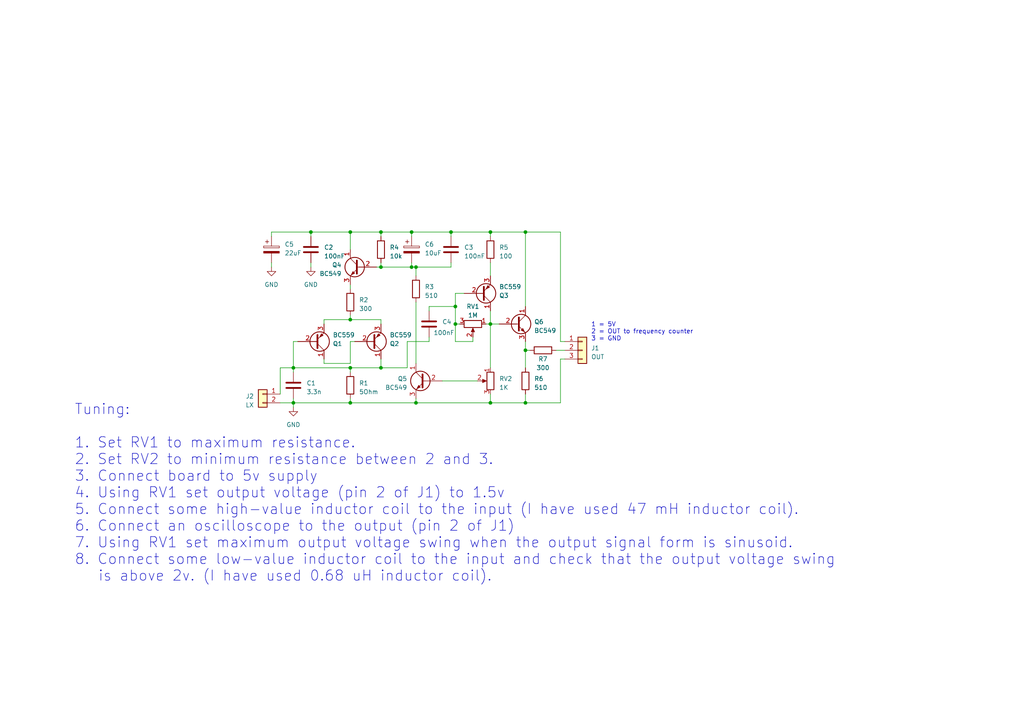
<source format=kicad_sch>
(kicad_sch (version 20230121) (generator eeschema)

  (uuid a0a2a95c-5e6b-41f1-b6cc-728caff5c1bb)

  (paper "A4")

  (lib_symbols
    (symbol "Connector_Generic:Conn_01x02" (pin_names (offset 1.016) hide) (in_bom yes) (on_board yes)
      (property "Reference" "J" (at 0 2.54 0)
        (effects (font (size 1.27 1.27)))
      )
      (property "Value" "Conn_01x02" (at 0 -5.08 0)
        (effects (font (size 1.27 1.27)))
      )
      (property "Footprint" "" (at 0 0 0)
        (effects (font (size 1.27 1.27)) hide)
      )
      (property "Datasheet" "~" (at 0 0 0)
        (effects (font (size 1.27 1.27)) hide)
      )
      (property "ki_keywords" "connector" (at 0 0 0)
        (effects (font (size 1.27 1.27)) hide)
      )
      (property "ki_description" "Generic connector, single row, 01x02, script generated (kicad-library-utils/schlib/autogen/connector/)" (at 0 0 0)
        (effects (font (size 1.27 1.27)) hide)
      )
      (property "ki_fp_filters" "Connector*:*_1x??_*" (at 0 0 0)
        (effects (font (size 1.27 1.27)) hide)
      )
      (symbol "Conn_01x02_1_1"
        (rectangle (start -1.27 -2.413) (end 0 -2.667)
          (stroke (width 0.1524) (type default))
          (fill (type none))
        )
        (rectangle (start -1.27 0.127) (end 0 -0.127)
          (stroke (width 0.1524) (type default))
          (fill (type none))
        )
        (rectangle (start -1.27 1.27) (end 1.27 -3.81)
          (stroke (width 0.254) (type default))
          (fill (type background))
        )
        (pin passive line (at -5.08 0 0) (length 3.81)
          (name "Pin_1" (effects (font (size 1.27 1.27))))
          (number "1" (effects (font (size 1.27 1.27))))
        )
        (pin passive line (at -5.08 -2.54 0) (length 3.81)
          (name "Pin_2" (effects (font (size 1.27 1.27))))
          (number "2" (effects (font (size 1.27 1.27))))
        )
      )
    )
    (symbol "Connector_Generic:Conn_01x03" (pin_names (offset 1.016) hide) (in_bom yes) (on_board yes)
      (property "Reference" "J" (at 0 5.08 0)
        (effects (font (size 1.27 1.27)))
      )
      (property "Value" "Conn_01x03" (at 0 -5.08 0)
        (effects (font (size 1.27 1.27)))
      )
      (property "Footprint" "" (at 0 0 0)
        (effects (font (size 1.27 1.27)) hide)
      )
      (property "Datasheet" "~" (at 0 0 0)
        (effects (font (size 1.27 1.27)) hide)
      )
      (property "ki_keywords" "connector" (at 0 0 0)
        (effects (font (size 1.27 1.27)) hide)
      )
      (property "ki_description" "Generic connector, single row, 01x03, script generated (kicad-library-utils/schlib/autogen/connector/)" (at 0 0 0)
        (effects (font (size 1.27 1.27)) hide)
      )
      (property "ki_fp_filters" "Connector*:*_1x??_*" (at 0 0 0)
        (effects (font (size 1.27 1.27)) hide)
      )
      (symbol "Conn_01x03_1_1"
        (rectangle (start -1.27 -2.413) (end 0 -2.667)
          (stroke (width 0.1524) (type default))
          (fill (type none))
        )
        (rectangle (start -1.27 0.127) (end 0 -0.127)
          (stroke (width 0.1524) (type default))
          (fill (type none))
        )
        (rectangle (start -1.27 2.667) (end 0 2.413)
          (stroke (width 0.1524) (type default))
          (fill (type none))
        )
        (rectangle (start -1.27 3.81) (end 1.27 -3.81)
          (stroke (width 0.254) (type default))
          (fill (type background))
        )
        (pin passive line (at -5.08 2.54 0) (length 3.81)
          (name "Pin_1" (effects (font (size 1.27 1.27))))
          (number "1" (effects (font (size 1.27 1.27))))
        )
        (pin passive line (at -5.08 0 0) (length 3.81)
          (name "Pin_2" (effects (font (size 1.27 1.27))))
          (number "2" (effects (font (size 1.27 1.27))))
        )
        (pin passive line (at -5.08 -2.54 0) (length 3.81)
          (name "Pin_3" (effects (font (size 1.27 1.27))))
          (number "3" (effects (font (size 1.27 1.27))))
        )
      )
    )
    (symbol "Device:C" (pin_numbers hide) (pin_names (offset 0.254)) (in_bom yes) (on_board yes)
      (property "Reference" "C" (at 0.635 2.54 0)
        (effects (font (size 1.27 1.27)) (justify left))
      )
      (property "Value" "C" (at 0.635 -2.54 0)
        (effects (font (size 1.27 1.27)) (justify left))
      )
      (property "Footprint" "" (at 0.9652 -3.81 0)
        (effects (font (size 1.27 1.27)) hide)
      )
      (property "Datasheet" "~" (at 0 0 0)
        (effects (font (size 1.27 1.27)) hide)
      )
      (property "ki_keywords" "cap capacitor" (at 0 0 0)
        (effects (font (size 1.27 1.27)) hide)
      )
      (property "ki_description" "Unpolarized capacitor" (at 0 0 0)
        (effects (font (size 1.27 1.27)) hide)
      )
      (property "ki_fp_filters" "C_*" (at 0 0 0)
        (effects (font (size 1.27 1.27)) hide)
      )
      (symbol "C_0_1"
        (polyline
          (pts
            (xy -2.032 -0.762)
            (xy 2.032 -0.762)
          )
          (stroke (width 0.508) (type default))
          (fill (type none))
        )
        (polyline
          (pts
            (xy -2.032 0.762)
            (xy 2.032 0.762)
          )
          (stroke (width 0.508) (type default))
          (fill (type none))
        )
      )
      (symbol "C_1_1"
        (pin passive line (at 0 3.81 270) (length 2.794)
          (name "~" (effects (font (size 1.27 1.27))))
          (number "1" (effects (font (size 1.27 1.27))))
        )
        (pin passive line (at 0 -3.81 90) (length 2.794)
          (name "~" (effects (font (size 1.27 1.27))))
          (number "2" (effects (font (size 1.27 1.27))))
        )
      )
    )
    (symbol "Device:C_Polarized" (pin_numbers hide) (pin_names (offset 0.254)) (in_bom yes) (on_board yes)
      (property "Reference" "C" (at 0.635 2.54 0)
        (effects (font (size 1.27 1.27)) (justify left))
      )
      (property "Value" "C_Polarized" (at 0.635 -2.54 0)
        (effects (font (size 1.27 1.27)) (justify left))
      )
      (property "Footprint" "" (at 0.9652 -3.81 0)
        (effects (font (size 1.27 1.27)) hide)
      )
      (property "Datasheet" "~" (at 0 0 0)
        (effects (font (size 1.27 1.27)) hide)
      )
      (property "ki_keywords" "cap capacitor" (at 0 0 0)
        (effects (font (size 1.27 1.27)) hide)
      )
      (property "ki_description" "Polarized capacitor" (at 0 0 0)
        (effects (font (size 1.27 1.27)) hide)
      )
      (property "ki_fp_filters" "CP_*" (at 0 0 0)
        (effects (font (size 1.27 1.27)) hide)
      )
      (symbol "C_Polarized_0_1"
        (rectangle (start -2.286 0.508) (end 2.286 1.016)
          (stroke (width 0) (type default))
          (fill (type none))
        )
        (polyline
          (pts
            (xy -1.778 2.286)
            (xy -0.762 2.286)
          )
          (stroke (width 0) (type default))
          (fill (type none))
        )
        (polyline
          (pts
            (xy -1.27 2.794)
            (xy -1.27 1.778)
          )
          (stroke (width 0) (type default))
          (fill (type none))
        )
        (rectangle (start 2.286 -0.508) (end -2.286 -1.016)
          (stroke (width 0) (type default))
          (fill (type outline))
        )
      )
      (symbol "C_Polarized_1_1"
        (pin passive line (at 0 3.81 270) (length 2.794)
          (name "~" (effects (font (size 1.27 1.27))))
          (number "1" (effects (font (size 1.27 1.27))))
        )
        (pin passive line (at 0 -3.81 90) (length 2.794)
          (name "~" (effects (font (size 1.27 1.27))))
          (number "2" (effects (font (size 1.27 1.27))))
        )
      )
    )
    (symbol "Device:R" (pin_numbers hide) (pin_names (offset 0)) (in_bom yes) (on_board yes)
      (property "Reference" "R" (at 2.032 0 90)
        (effects (font (size 1.27 1.27)))
      )
      (property "Value" "R" (at 0 0 90)
        (effects (font (size 1.27 1.27)))
      )
      (property "Footprint" "" (at -1.778 0 90)
        (effects (font (size 1.27 1.27)) hide)
      )
      (property "Datasheet" "~" (at 0 0 0)
        (effects (font (size 1.27 1.27)) hide)
      )
      (property "ki_keywords" "R res resistor" (at 0 0 0)
        (effects (font (size 1.27 1.27)) hide)
      )
      (property "ki_description" "Resistor" (at 0 0 0)
        (effects (font (size 1.27 1.27)) hide)
      )
      (property "ki_fp_filters" "R_*" (at 0 0 0)
        (effects (font (size 1.27 1.27)) hide)
      )
      (symbol "R_0_1"
        (rectangle (start -1.016 -2.54) (end 1.016 2.54)
          (stroke (width 0.254) (type default))
          (fill (type none))
        )
      )
      (symbol "R_1_1"
        (pin passive line (at 0 3.81 270) (length 1.27)
          (name "~" (effects (font (size 1.27 1.27))))
          (number "1" (effects (font (size 1.27 1.27))))
        )
        (pin passive line (at 0 -3.81 90) (length 1.27)
          (name "~" (effects (font (size 1.27 1.27))))
          (number "2" (effects (font (size 1.27 1.27))))
        )
      )
    )
    (symbol "Device:R_Potentiometer" (pin_names (offset 1.016) hide) (in_bom yes) (on_board yes)
      (property "Reference" "RV" (at -4.445 0 90)
        (effects (font (size 1.27 1.27)))
      )
      (property "Value" "R_Potentiometer" (at -2.54 0 90)
        (effects (font (size 1.27 1.27)))
      )
      (property "Footprint" "" (at 0 0 0)
        (effects (font (size 1.27 1.27)) hide)
      )
      (property "Datasheet" "~" (at 0 0 0)
        (effects (font (size 1.27 1.27)) hide)
      )
      (property "ki_keywords" "resistor variable" (at 0 0 0)
        (effects (font (size 1.27 1.27)) hide)
      )
      (property "ki_description" "Potentiometer" (at 0 0 0)
        (effects (font (size 1.27 1.27)) hide)
      )
      (property "ki_fp_filters" "Potentiometer*" (at 0 0 0)
        (effects (font (size 1.27 1.27)) hide)
      )
      (symbol "R_Potentiometer_0_1"
        (polyline
          (pts
            (xy 2.54 0)
            (xy 1.524 0)
          )
          (stroke (width 0) (type default))
          (fill (type none))
        )
        (polyline
          (pts
            (xy 1.143 0)
            (xy 2.286 0.508)
            (xy 2.286 -0.508)
            (xy 1.143 0)
          )
          (stroke (width 0) (type default))
          (fill (type outline))
        )
        (rectangle (start 1.016 2.54) (end -1.016 -2.54)
          (stroke (width 0.254) (type default))
          (fill (type none))
        )
      )
      (symbol "R_Potentiometer_1_1"
        (pin passive line (at 0 3.81 270) (length 1.27)
          (name "1" (effects (font (size 1.27 1.27))))
          (number "1" (effects (font (size 1.27 1.27))))
        )
        (pin passive line (at 3.81 0 180) (length 1.27)
          (name "2" (effects (font (size 1.27 1.27))))
          (number "2" (effects (font (size 1.27 1.27))))
        )
        (pin passive line (at 0 -3.81 90) (length 1.27)
          (name "3" (effects (font (size 1.27 1.27))))
          (number "3" (effects (font (size 1.27 1.27))))
        )
      )
    )
    (symbol "Transistor_BJT:BC549" (pin_names (offset 0) hide) (in_bom yes) (on_board yes)
      (property "Reference" "Q" (at 5.08 1.905 0)
        (effects (font (size 1.27 1.27)) (justify left))
      )
      (property "Value" "BC549" (at 5.08 0 0)
        (effects (font (size 1.27 1.27)) (justify left))
      )
      (property "Footprint" "Package_TO_SOT_THT:TO-92_Inline" (at 5.08 -1.905 0)
        (effects (font (size 1.27 1.27) italic) (justify left) hide)
      )
      (property "Datasheet" "https://www.onsemi.com/pub/Collateral/BC550-D.pdf" (at 0 0 0)
        (effects (font (size 1.27 1.27)) (justify left) hide)
      )
      (property "ki_keywords" "NPN Transistor" (at 0 0 0)
        (effects (font (size 1.27 1.27)) hide)
      )
      (property "ki_description" "0.1A Ic, 30V Vce, Small Signal NPN Transistor, TO-92" (at 0 0 0)
        (effects (font (size 1.27 1.27)) hide)
      )
      (property "ki_fp_filters" "TO?92*" (at 0 0 0)
        (effects (font (size 1.27 1.27)) hide)
      )
      (symbol "BC549_0_1"
        (polyline
          (pts
            (xy 0 0)
            (xy 0.635 0)
          )
          (stroke (width 0) (type default))
          (fill (type none))
        )
        (polyline
          (pts
            (xy 0.635 0.635)
            (xy 2.54 2.54)
          )
          (stroke (width 0) (type default))
          (fill (type none))
        )
        (polyline
          (pts
            (xy 0.635 -0.635)
            (xy 2.54 -2.54)
            (xy 2.54 -2.54)
          )
          (stroke (width 0) (type default))
          (fill (type none))
        )
        (polyline
          (pts
            (xy 0.635 1.905)
            (xy 0.635 -1.905)
            (xy 0.635 -1.905)
          )
          (stroke (width 0.508) (type default))
          (fill (type none))
        )
        (polyline
          (pts
            (xy 1.27 -1.778)
            (xy 1.778 -1.27)
            (xy 2.286 -2.286)
            (xy 1.27 -1.778)
            (xy 1.27 -1.778)
          )
          (stroke (width 0) (type default))
          (fill (type outline))
        )
        (circle (center 1.27 0) (radius 2.8194)
          (stroke (width 0.254) (type default))
          (fill (type none))
        )
      )
      (symbol "BC549_1_1"
        (pin passive line (at 2.54 5.08 270) (length 2.54)
          (name "C" (effects (font (size 1.27 1.27))))
          (number "1" (effects (font (size 1.27 1.27))))
        )
        (pin input line (at -5.08 0 0) (length 5.08)
          (name "B" (effects (font (size 1.27 1.27))))
          (number "2" (effects (font (size 1.27 1.27))))
        )
        (pin passive line (at 2.54 -5.08 90) (length 2.54)
          (name "E" (effects (font (size 1.27 1.27))))
          (number "3" (effects (font (size 1.27 1.27))))
        )
      )
    )
    (symbol "Transistor_BJT:BC559" (pin_names (offset 0) hide) (in_bom yes) (on_board yes)
      (property "Reference" "Q" (at 5.08 1.905 0)
        (effects (font (size 1.27 1.27)) (justify left))
      )
      (property "Value" "BC559" (at 5.08 0 0)
        (effects (font (size 1.27 1.27)) (justify left))
      )
      (property "Footprint" "Package_TO_SOT_THT:TO-92_Inline" (at 5.08 -1.905 0)
        (effects (font (size 1.27 1.27) italic) (justify left) hide)
      )
      (property "Datasheet" "https://www.onsemi.com/pub/Collateral/BC556BTA-D.pdf" (at 0 0 0)
        (effects (font (size 1.27 1.27)) (justify left) hide)
      )
      (property "ki_keywords" "PNP Transistor" (at 0 0 0)
        (effects (font (size 1.27 1.27)) hide)
      )
      (property "ki_description" "0.1A Ic, 30V Vce, PNP Small Signal Transistor, TO-92" (at 0 0 0)
        (effects (font (size 1.27 1.27)) hide)
      )
      (property "ki_fp_filters" "TO?92*" (at 0 0 0)
        (effects (font (size 1.27 1.27)) hide)
      )
      (symbol "BC559_0_1"
        (polyline
          (pts
            (xy 0.635 0.635)
            (xy 2.54 2.54)
          )
          (stroke (width 0) (type default))
          (fill (type none))
        )
        (polyline
          (pts
            (xy 0.635 -0.635)
            (xy 2.54 -2.54)
            (xy 2.54 -2.54)
          )
          (stroke (width 0) (type default))
          (fill (type none))
        )
        (polyline
          (pts
            (xy 0.635 1.905)
            (xy 0.635 -1.905)
            (xy 0.635 -1.905)
          )
          (stroke (width 0.508) (type default))
          (fill (type none))
        )
        (polyline
          (pts
            (xy 2.286 -1.778)
            (xy 1.778 -2.286)
            (xy 1.27 -1.27)
            (xy 2.286 -1.778)
            (xy 2.286 -1.778)
          )
          (stroke (width 0) (type default))
          (fill (type outline))
        )
        (circle (center 1.27 0) (radius 2.8194)
          (stroke (width 0.254) (type default))
          (fill (type none))
        )
      )
      (symbol "BC559_1_1"
        (pin passive line (at 2.54 5.08 270) (length 2.54)
          (name "C" (effects (font (size 1.27 1.27))))
          (number "1" (effects (font (size 1.27 1.27))))
        )
        (pin input line (at -5.08 0 0) (length 5.715)
          (name "B" (effects (font (size 1.27 1.27))))
          (number "2" (effects (font (size 1.27 1.27))))
        )
        (pin passive line (at 2.54 -5.08 90) (length 2.54)
          (name "E" (effects (font (size 1.27 1.27))))
          (number "3" (effects (font (size 1.27 1.27))))
        )
      )
    )
    (symbol "power:GND" (power) (pin_names (offset 0)) (in_bom yes) (on_board yes)
      (property "Reference" "#PWR" (at 0 -6.35 0)
        (effects (font (size 1.27 1.27)) hide)
      )
      (property "Value" "GND" (at 0 -3.81 0)
        (effects (font (size 1.27 1.27)))
      )
      (property "Footprint" "" (at 0 0 0)
        (effects (font (size 1.27 1.27)) hide)
      )
      (property "Datasheet" "" (at 0 0 0)
        (effects (font (size 1.27 1.27)) hide)
      )
      (property "ki_keywords" "global power" (at 0 0 0)
        (effects (font (size 1.27 1.27)) hide)
      )
      (property "ki_description" "Power symbol creates a global label with name \"GND\" , ground" (at 0 0 0)
        (effects (font (size 1.27 1.27)) hide)
      )
      (symbol "GND_0_1"
        (polyline
          (pts
            (xy 0 0)
            (xy 0 -1.27)
            (xy 1.27 -1.27)
            (xy 0 -2.54)
            (xy -1.27 -1.27)
            (xy 0 -1.27)
          )
          (stroke (width 0) (type default))
          (fill (type none))
        )
      )
      (symbol "GND_1_1"
        (pin power_in line (at 0 0 270) (length 0) hide
          (name "GND" (effects (font (size 1.27 1.27))))
          (number "1" (effects (font (size 1.27 1.27))))
        )
      )
    )
  )

  (junction (at 130.81 67.31) (diameter 0) (color 0 0 0 0)
    (uuid 017c52da-aa01-422f-9dc6-196f943ee449)
  )
  (junction (at 120.65 116.84) (diameter 0) (color 0 0 0 0)
    (uuid 16869ca1-a320-49ef-90b4-2c73f0658b37)
  )
  (junction (at 85.09 116.84) (diameter 0) (color 0 0 0 0)
    (uuid 2001fbd0-1548-4e00-b636-c224ea10f097)
  )
  (junction (at 142.24 93.98) (diameter 0) (color 0 0 0 0)
    (uuid 2a906a1f-5047-491b-a9da-823c43e934d7)
  )
  (junction (at 132.08 88.9) (diameter 0) (color 0 0 0 0)
    (uuid 2af71a49-a01f-40b2-8299-8d575f786664)
  )
  (junction (at 142.24 67.31) (diameter 0) (color 0 0 0 0)
    (uuid 45c2c030-f946-4d1a-abab-7fac05ef8629)
  )
  (junction (at 90.17 67.31) (diameter 0) (color 0 0 0 0)
    (uuid 4e725d44-2b3d-483e-a0c1-635e158cfae9)
  )
  (junction (at 120.65 77.47) (diameter 0) (color 0 0 0 0)
    (uuid 63f20908-dc89-4e9b-97ce-c4dcec226df2)
  )
  (junction (at 101.6 67.31) (diameter 0) (color 0 0 0 0)
    (uuid 66211628-25ae-4d8d-ad36-991d31ce69d5)
  )
  (junction (at 110.49 106.68) (diameter 0) (color 0 0 0 0)
    (uuid 6dca266e-50ee-4e81-b3cf-2b80f850e032)
  )
  (junction (at 142.24 116.84) (diameter 0) (color 0 0 0 0)
    (uuid 7afb9752-d619-4ba0-ae4f-f715e207cc4e)
  )
  (junction (at 132.08 93.98) (diameter 0) (color 0 0 0 0)
    (uuid 82da9f6a-a5c9-437e-b9ab-fc360e797555)
  )
  (junction (at 110.49 77.47) (diameter 0) (color 0 0 0 0)
    (uuid 9656ee69-323a-4696-a6bd-6f9e5079581c)
  )
  (junction (at 119.38 77.47) (diameter 0) (color 0 0 0 0)
    (uuid a3d39ad3-7eb8-45e1-aa57-5cd2ab6c9816)
  )
  (junction (at 152.4 116.84) (diameter 0) (color 0 0 0 0)
    (uuid adf52b81-10e9-432f-8c5a-5e6ad9552649)
  )
  (junction (at 110.49 67.31) (diameter 0) (color 0 0 0 0)
    (uuid b5a36feb-64b9-4b6e-8c49-89a28c9d4550)
  )
  (junction (at 101.6 116.84) (diameter 0) (color 0 0 0 0)
    (uuid bc901baf-cb8a-44dd-9539-efc86f553441)
  )
  (junction (at 101.6 92.71) (diameter 0) (color 0 0 0 0)
    (uuid c3db86a7-44c6-42e9-a7a2-395da080a4e2)
  )
  (junction (at 119.38 67.31) (diameter 0) (color 0 0 0 0)
    (uuid d3097390-7698-4191-86cd-912ee616c7f2)
  )
  (junction (at 152.4 67.31) (diameter 0) (color 0 0 0 0)
    (uuid d4e18e5a-4a7a-4a69-8949-ea18277b5fb4)
  )
  (junction (at 85.09 106.68) (diameter 0) (color 0 0 0 0)
    (uuid db769885-ae22-4e5d-966e-61e820697c32)
  )
  (junction (at 101.6 106.68) (diameter 0) (color 0 0 0 0)
    (uuid dccef648-5f98-4413-9ada-6f601ee0023a)
  )
  (junction (at 152.4 101.6) (diameter 0) (color 0 0 0 0)
    (uuid eb9e695b-a0f8-498e-8d50-057d7db07281)
  )

  (wire (pts (xy 124.46 97.79) (xy 124.46 99.06))
    (stroke (width 0) (type default))
    (uuid 056c691c-d9d1-4ac9-9716-4c80bae16c61)
  )
  (wire (pts (xy 120.65 116.84) (xy 101.6 116.84))
    (stroke (width 0) (type default))
    (uuid 0602ea54-fd73-4364-9a84-3bff6a7da313)
  )
  (wire (pts (xy 118.11 99.06) (xy 124.46 99.06))
    (stroke (width 0) (type default))
    (uuid 085427c9-7051-49b1-82dd-cf450412b629)
  )
  (wire (pts (xy 132.08 93.98) (xy 132.08 88.9))
    (stroke (width 0) (type default))
    (uuid 0a2a5027-4e30-48c1-b215-0e5058e70e86)
  )
  (wire (pts (xy 133.35 93.98) (xy 132.08 93.98))
    (stroke (width 0) (type default))
    (uuid 15725035-ec53-4c4e-8ae5-7beee4bce3bd)
  )
  (wire (pts (xy 85.09 116.84) (xy 85.09 118.11))
    (stroke (width 0) (type default))
    (uuid 1b65f6eb-dbd1-4633-a8f9-223bd6d28a97)
  )
  (wire (pts (xy 109.22 77.47) (xy 110.49 77.47))
    (stroke (width 0) (type default))
    (uuid 1dab287a-0d58-4a61-8b51-d195ddc438cc)
  )
  (wire (pts (xy 90.17 76.2) (xy 90.17 77.47))
    (stroke (width 0) (type default))
    (uuid 2a48f1dd-0ab1-4d4a-9f28-51f649ebaea6)
  )
  (wire (pts (xy 101.6 106.68) (xy 110.49 106.68))
    (stroke (width 0) (type default))
    (uuid 30bcb885-69b0-46e8-ae99-459e951d51c2)
  )
  (wire (pts (xy 110.49 104.14) (xy 110.49 106.68))
    (stroke (width 0) (type default))
    (uuid 33fb2197-5598-4bbd-a3ff-809eaa51e49c)
  )
  (wire (pts (xy 152.4 67.31) (xy 162.56 67.31))
    (stroke (width 0) (type default))
    (uuid 358af7b0-b7e4-4b3a-be5f-4d9b1265cbd3)
  )
  (wire (pts (xy 130.81 67.31) (xy 130.81 68.58))
    (stroke (width 0) (type default))
    (uuid 3f2a2bf5-3980-424e-8070-08a0e7be4bd6)
  )
  (wire (pts (xy 142.24 76.2) (xy 142.24 80.01))
    (stroke (width 0) (type default))
    (uuid 3fc7c284-19aa-46bb-9f25-d02da49f0a16)
  )
  (wire (pts (xy 120.65 77.47) (xy 130.81 77.47))
    (stroke (width 0) (type default))
    (uuid 40f1fb8e-7a87-4645-90bd-446b4c9f04cd)
  )
  (wire (pts (xy 110.49 106.68) (xy 118.11 106.68))
    (stroke (width 0) (type default))
    (uuid 43ee05cd-84b1-4b2a-a565-83e452558ff2)
  )
  (wire (pts (xy 124.46 88.9) (xy 132.08 88.9))
    (stroke (width 0) (type default))
    (uuid 4746d68c-975f-4c3f-9ec2-08f420b33d60)
  )
  (wire (pts (xy 119.38 76.2) (xy 119.38 77.47))
    (stroke (width 0) (type default))
    (uuid 49f1c082-44c2-4760-bbed-0e6c8d4c340c)
  )
  (wire (pts (xy 120.65 115.57) (xy 120.65 116.84))
    (stroke (width 0) (type default))
    (uuid 4ea9d92d-316b-4e40-82c5-324c53cb0c3f)
  )
  (wire (pts (xy 101.6 72.39) (xy 101.6 67.31))
    (stroke (width 0) (type default))
    (uuid 4f115807-a5ca-4ac1-acba-ad1ea64932b2)
  )
  (wire (pts (xy 90.17 67.31) (xy 101.6 67.31))
    (stroke (width 0) (type default))
    (uuid 508ecff7-f55c-43e1-930a-28a5f11af324)
  )
  (wire (pts (xy 90.17 67.31) (xy 90.17 68.58))
    (stroke (width 0) (type default))
    (uuid 50af4138-1c44-471b-9b35-f9476bdc7e26)
  )
  (wire (pts (xy 163.83 104.14) (xy 162.56 104.14))
    (stroke (width 0) (type default))
    (uuid 5299d957-2997-48b3-b8cc-1ed023af08ed)
  )
  (wire (pts (xy 124.46 90.17) (xy 124.46 88.9))
    (stroke (width 0) (type default))
    (uuid 56a8570e-41b3-4153-8f81-4955f60f3a14)
  )
  (wire (pts (xy 152.4 116.84) (xy 142.24 116.84))
    (stroke (width 0) (type default))
    (uuid 5dc97d1b-5c72-452e-8350-4348b67159ed)
  )
  (wire (pts (xy 101.6 82.55) (xy 101.6 83.82))
    (stroke (width 0) (type default))
    (uuid 5e835dc9-001c-44d2-8887-a09dfef5ad8f)
  )
  (wire (pts (xy 119.38 67.31) (xy 130.81 67.31))
    (stroke (width 0) (type default))
    (uuid 61d8c46b-1d08-45ec-ae99-7a2d3a86c18f)
  )
  (wire (pts (xy 101.6 106.68) (xy 101.6 107.95))
    (stroke (width 0) (type default))
    (uuid 6567e07c-6007-47b6-8883-d9b4c60989af)
  )
  (wire (pts (xy 85.09 106.68) (xy 85.09 99.06))
    (stroke (width 0) (type default))
    (uuid 66e11dd9-8428-4e0b-ae9b-dc46a0bd39b7)
  )
  (wire (pts (xy 142.24 116.84) (xy 120.65 116.84))
    (stroke (width 0) (type default))
    (uuid 696d17f8-ddf8-4859-9203-12408b2937ed)
  )
  (wire (pts (xy 78.74 68.58) (xy 78.74 67.31))
    (stroke (width 0) (type default))
    (uuid 6b243217-3b0c-494c-9cb5-1811268d12a5)
  )
  (wire (pts (xy 152.4 114.3) (xy 152.4 116.84))
    (stroke (width 0) (type default))
    (uuid 6d60f10d-9aeb-4b2c-814f-8e3ee6bb1095)
  )
  (wire (pts (xy 93.98 104.14) (xy 93.98 105.41))
    (stroke (width 0) (type default))
    (uuid 73302d0e-d349-4a3a-880b-e2b6c753b2f3)
  )
  (wire (pts (xy 110.49 67.31) (xy 119.38 67.31))
    (stroke (width 0) (type default))
    (uuid 76eeadad-14ca-4fc5-ba2a-aa93c9e20313)
  )
  (wire (pts (xy 101.6 92.71) (xy 110.49 92.71))
    (stroke (width 0) (type default))
    (uuid 7c2325a4-1e98-4eab-8d5d-adfa3d816c3f)
  )
  (wire (pts (xy 132.08 93.98) (xy 132.08 99.06))
    (stroke (width 0) (type default))
    (uuid 7c7ab554-06c3-40b9-8aca-cc7e3391123f)
  )
  (wire (pts (xy 101.6 105.41) (xy 101.6 99.06))
    (stroke (width 0) (type default))
    (uuid 7cee0748-6d15-4a2c-a73b-b73baabdcaa6)
  )
  (wire (pts (xy 128.27 110.49) (xy 138.43 110.49))
    (stroke (width 0) (type default))
    (uuid 7d1f4293-8cc5-4372-94b7-2c4f6bf62b72)
  )
  (wire (pts (xy 130.81 77.47) (xy 130.81 76.2))
    (stroke (width 0) (type default))
    (uuid 7f620310-bd6d-44c2-9279-d9588db3872d)
  )
  (wire (pts (xy 142.24 93.98) (xy 142.24 106.68))
    (stroke (width 0) (type default))
    (uuid 815f9dec-a60e-4d59-9910-e253e69441bc)
  )
  (wire (pts (xy 162.56 104.14) (xy 162.56 116.84))
    (stroke (width 0) (type default))
    (uuid 825ecb77-a09a-4c0a-af88-30051bf18ab3)
  )
  (wire (pts (xy 161.29 101.6) (xy 163.83 101.6))
    (stroke (width 0) (type default))
    (uuid 83b2ad03-88c2-4f12-87a2-e1463a21f299)
  )
  (wire (pts (xy 120.65 77.47) (xy 120.65 80.01))
    (stroke (width 0) (type default))
    (uuid 86318a73-d846-451d-b54c-f29a46d27248)
  )
  (wire (pts (xy 101.6 67.31) (xy 110.49 67.31))
    (stroke (width 0) (type default))
    (uuid 86786197-239a-43ba-9d5f-795c5dc76e62)
  )
  (wire (pts (xy 142.24 90.17) (xy 142.24 93.98))
    (stroke (width 0) (type default))
    (uuid 89d7d2f2-de63-431a-a9db-dcdeb6f9886a)
  )
  (wire (pts (xy 120.65 87.63) (xy 120.65 105.41))
    (stroke (width 0) (type default))
    (uuid 8d90f503-f438-4c32-8451-49ff8e849b71)
  )
  (wire (pts (xy 142.24 93.98) (xy 140.97 93.98))
    (stroke (width 0) (type default))
    (uuid 8f3d9583-eabd-4505-b0c8-06ea307f7ec7)
  )
  (wire (pts (xy 93.98 93.98) (xy 93.98 92.71))
    (stroke (width 0) (type default))
    (uuid 94d59b40-e712-4e55-afc6-2e55d8b790c4)
  )
  (wire (pts (xy 142.24 93.98) (xy 144.78 93.98))
    (stroke (width 0) (type default))
    (uuid 9775d749-4f07-4907-a9f4-90c282e4b8e5)
  )
  (wire (pts (xy 101.6 99.06) (xy 102.87 99.06))
    (stroke (width 0) (type default))
    (uuid 99858f8d-1a9c-4cb0-8ef1-73df8c92a01a)
  )
  (wire (pts (xy 142.24 114.3) (xy 142.24 116.84))
    (stroke (width 0) (type default))
    (uuid 9db95e2f-d7db-4585-b584-726067f2628e)
  )
  (wire (pts (xy 137.16 99.06) (xy 132.08 99.06))
    (stroke (width 0) (type default))
    (uuid 9f2da236-0fc3-44e9-a42e-97972311a5ba)
  )
  (wire (pts (xy 101.6 116.84) (xy 101.6 115.57))
    (stroke (width 0) (type default))
    (uuid a687a868-32c6-4443-b50e-ea726fd027c1)
  )
  (wire (pts (xy 85.09 99.06) (xy 86.36 99.06))
    (stroke (width 0) (type default))
    (uuid a8d38cea-9b47-4085-93cf-2d77615beb0c)
  )
  (wire (pts (xy 93.98 92.71) (xy 101.6 92.71))
    (stroke (width 0) (type default))
    (uuid aa6c0a84-d803-47ae-a55c-fba1c5d855a1)
  )
  (wire (pts (xy 81.28 116.84) (xy 85.09 116.84))
    (stroke (width 0) (type default))
    (uuid abaa5ed2-3fa1-4b5b-bc78-77403593611d)
  )
  (wire (pts (xy 85.09 116.84) (xy 101.6 116.84))
    (stroke (width 0) (type default))
    (uuid ac08d6e4-1388-433f-af89-ab8d4d38332d)
  )
  (wire (pts (xy 162.56 99.06) (xy 162.56 67.31))
    (stroke (width 0) (type default))
    (uuid ae25f125-4cf5-42af-8fda-86715823906f)
  )
  (wire (pts (xy 81.28 114.3) (xy 81.28 106.68))
    (stroke (width 0) (type default))
    (uuid aeca3a07-8981-4e86-b66e-0214738457ae)
  )
  (wire (pts (xy 119.38 77.47) (xy 120.65 77.47))
    (stroke (width 0) (type default))
    (uuid aecdd302-c02c-4e7a-8d21-7acf2b258b30)
  )
  (wire (pts (xy 163.83 99.06) (xy 162.56 99.06))
    (stroke (width 0) (type default))
    (uuid b03a39fb-5191-4c07-adc7-d0143d1d2261)
  )
  (wire (pts (xy 142.24 68.58) (xy 142.24 67.31))
    (stroke (width 0) (type default))
    (uuid b2d66001-ce77-41c9-8eeb-cdb1990e4e29)
  )
  (wire (pts (xy 93.98 105.41) (xy 101.6 105.41))
    (stroke (width 0) (type default))
    (uuid b4197931-9362-4300-b049-419061dc5f60)
  )
  (wire (pts (xy 132.08 88.9) (xy 132.08 85.09))
    (stroke (width 0) (type default))
    (uuid b4354b59-ee8c-4397-b87a-2c394f53ea9c)
  )
  (wire (pts (xy 162.56 116.84) (xy 152.4 116.84))
    (stroke (width 0) (type default))
    (uuid b51da8b4-044b-4e9f-9220-497a41d0557e)
  )
  (wire (pts (xy 110.49 77.47) (xy 119.38 77.47))
    (stroke (width 0) (type default))
    (uuid b7e4b8e5-3475-496a-98cd-ea9582db7c0e)
  )
  (wire (pts (xy 78.74 67.31) (xy 90.17 67.31))
    (stroke (width 0) (type default))
    (uuid b7f11820-4839-477e-a3aa-414cf0311c6b)
  )
  (wire (pts (xy 110.49 76.2) (xy 110.49 77.47))
    (stroke (width 0) (type default))
    (uuid bdceb885-0d73-4dba-8dfe-9f1f97bdb581)
  )
  (wire (pts (xy 137.16 97.79) (xy 137.16 99.06))
    (stroke (width 0) (type default))
    (uuid be39deb5-7527-47e9-b6ad-94a6943f7104)
  )
  (wire (pts (xy 119.38 67.31) (xy 119.38 68.58))
    (stroke (width 0) (type default))
    (uuid c2ad4de5-e22c-43e9-a652-9e9193dcd8b6)
  )
  (wire (pts (xy 101.6 91.44) (xy 101.6 92.71))
    (stroke (width 0) (type default))
    (uuid c4884f86-19ae-4ac3-8ba1-69fbdf28c3ea)
  )
  (wire (pts (xy 118.11 106.68) (xy 118.11 99.06))
    (stroke (width 0) (type default))
    (uuid cac708a0-1b4c-406f-9cf6-89c0b54ad397)
  )
  (wire (pts (xy 152.4 88.9) (xy 152.4 67.31))
    (stroke (width 0) (type default))
    (uuid cea26465-807f-47ad-8d22-c84b3b30b7a5)
  )
  (wire (pts (xy 81.28 106.68) (xy 85.09 106.68))
    (stroke (width 0) (type default))
    (uuid cf20fe00-675f-442f-a87b-7398bd59a742)
  )
  (wire (pts (xy 152.4 99.06) (xy 152.4 101.6))
    (stroke (width 0) (type default))
    (uuid d7b6f9d3-ce5c-4bb0-a91f-abbd00672c88)
  )
  (wire (pts (xy 152.4 101.6) (xy 152.4 106.68))
    (stroke (width 0) (type default))
    (uuid dcaf8d09-b899-4094-bfee-6c083d43e5e0)
  )
  (wire (pts (xy 110.49 92.71) (xy 110.49 93.98))
    (stroke (width 0) (type default))
    (uuid de22ccd0-ccfc-4f43-b225-932084dbd8cb)
  )
  (wire (pts (xy 85.09 106.68) (xy 85.09 107.95))
    (stroke (width 0) (type default))
    (uuid e9515717-79c6-4ebe-9b27-79bfc7939176)
  )
  (wire (pts (xy 132.08 85.09) (xy 134.62 85.09))
    (stroke (width 0) (type default))
    (uuid ed77e43a-e5d2-4df8-a2b3-22a01698dd38)
  )
  (wire (pts (xy 152.4 101.6) (xy 153.67 101.6))
    (stroke (width 0) (type default))
    (uuid edacf7ca-2477-451d-a2cf-cc53fa005667)
  )
  (wire (pts (xy 110.49 67.31) (xy 110.49 68.58))
    (stroke (width 0) (type default))
    (uuid f008e91a-185d-4a27-9284-bc473d3a8b1a)
  )
  (wire (pts (xy 152.4 67.31) (xy 142.24 67.31))
    (stroke (width 0) (type default))
    (uuid f3105899-b541-43a7-9672-220f77d93d39)
  )
  (wire (pts (xy 85.09 115.57) (xy 85.09 116.84))
    (stroke (width 0) (type default))
    (uuid f61fb054-7192-4286-b85c-54ea74d155f9)
  )
  (wire (pts (xy 78.74 76.2) (xy 78.74 77.47))
    (stroke (width 0) (type default))
    (uuid fa2693d5-e335-4036-a80e-1da5af7b449b)
  )
  (wire (pts (xy 142.24 67.31) (xy 130.81 67.31))
    (stroke (width 0) (type default))
    (uuid fb1ce2e7-6f1b-4ff8-9063-390f98ab0cc4)
  )
  (wire (pts (xy 85.09 106.68) (xy 101.6 106.68))
    (stroke (width 0) (type default))
    (uuid fb8e0263-6e37-4653-a546-4a494071997f)
  )

  (text "1 = 5V\n2 = OUT to frequency counter\n3 = GND" (at 171.45 99.06 0)
    (effects (font (size 1.27 1.27)) (justify left bottom))
    (uuid 504b2450-85c1-43d7-b6d0-6c00254e8d3a)
  )
  (text "Tuning:\n\n1. Set RV1 to maximum resistance.\n2. Set RV2 to minimum resistance between 2 and 3.\n3. Connect board to 5v supply\n4. Using RV1 set output voltage (pin 2 of J1) to 1.5v\n5. Connect some high-value inductor coil to the input (I have used 47 mH inductor coil).\n6. Connect an oscilloscope to the output (pin 2 of J1)\n7. Using RV1 set maximum output voltage swing when the output signal form is sinusoid.\n8. Connect some low-value inductor coil to the input and check that the output voltage swing\n   is above 2v. (I have used 0.68 uH inductor coil).\n"
    (at 21.59 168.91 0)
    (effects (font (size 3 3)) (justify left bottom))
    (uuid 8496b819-c57f-454a-8aef-7d662152a397)
  )

  (symbol (lib_id "Device:R") (at 120.65 83.82 0) (unit 1)
    (in_bom yes) (on_board yes) (dnp no) (fields_autoplaced)
    (uuid 081cf5cb-8025-43d9-b800-95d95d397164)
    (property "Reference" "R3" (at 123.19 83.185 0)
      (effects (font (size 1.27 1.27)) (justify left))
    )
    (property "Value" "510" (at 123.19 85.725 0)
      (effects (font (size 1.27 1.27)) (justify left))
    )
    (property "Footprint" "" (at 118.872 83.82 90)
      (effects (font (size 1.27 1.27)) hide)
    )
    (property "Datasheet" "~" (at 120.65 83.82 0)
      (effects (font (size 1.27 1.27)) hide)
    )
    (pin "1" (uuid e69c7824-d367-4135-9288-43d896c640a4))
    (pin "2" (uuid 784822c8-87b1-4ed7-bfa9-a3ade3d570bc))
    (instances
      (project "lmeter"
        (path "/a0a2a95c-5e6b-41f1-b6cc-728caff5c1bb"
          (reference "R3") (unit 1)
        )
      )
    )
  )

  (symbol (lib_id "Device:C") (at 124.46 93.98 0) (unit 1)
    (in_bom yes) (on_board yes) (dnp no)
    (uuid 1cfe80f0-2943-4d7f-951f-7eebce0a35e7)
    (property "Reference" "C4" (at 128.27 93.345 0)
      (effects (font (size 1.27 1.27)) (justify left))
    )
    (property "Value" "100nF" (at 125.73 96.52 0)
      (effects (font (size 1.27 1.27)) (justify left))
    )
    (property "Footprint" "" (at 125.4252 97.79 0)
      (effects (font (size 1.27 1.27)) hide)
    )
    (property "Datasheet" "~" (at 124.46 93.98 0)
      (effects (font (size 1.27 1.27)) hide)
    )
    (pin "1" (uuid 1df47cae-f1a1-4b8a-9719-e9e7858b138b))
    (pin "2" (uuid 94f8af7d-12ba-49d4-881a-1dd6b1867666))
    (instances
      (project "lmeter"
        (path "/a0a2a95c-5e6b-41f1-b6cc-728caff5c1bb"
          (reference "C4") (unit 1)
        )
      )
    )
  )

  (symbol (lib_id "Device:C") (at 130.81 72.39 0) (unit 1)
    (in_bom yes) (on_board yes) (dnp no) (fields_autoplaced)
    (uuid 1d3b5e11-0fa5-4df2-a529-6fac56f852d9)
    (property "Reference" "C3" (at 134.62 71.755 0)
      (effects (font (size 1.27 1.27)) (justify left))
    )
    (property "Value" "100nF" (at 134.62 74.295 0)
      (effects (font (size 1.27 1.27)) (justify left))
    )
    (property "Footprint" "" (at 131.7752 76.2 0)
      (effects (font (size 1.27 1.27)) hide)
    )
    (property "Datasheet" "~" (at 130.81 72.39 0)
      (effects (font (size 1.27 1.27)) hide)
    )
    (pin "1" (uuid 67dbef92-fd41-4868-abc8-efdd7827a2ae))
    (pin "2" (uuid 3cefeed0-118c-4c75-a063-134c34280054))
    (instances
      (project "lmeter"
        (path "/a0a2a95c-5e6b-41f1-b6cc-728caff5c1bb"
          (reference "C3") (unit 1)
        )
      )
    )
  )

  (symbol (lib_id "Device:R") (at 101.6 87.63 0) (unit 1)
    (in_bom yes) (on_board yes) (dnp no) (fields_autoplaced)
    (uuid 26054aaa-9c34-4ea3-87b5-02e4a38cf7f7)
    (property "Reference" "R2" (at 104.14 86.995 0)
      (effects (font (size 1.27 1.27)) (justify left))
    )
    (property "Value" "300" (at 104.14 89.535 0)
      (effects (font (size 1.27 1.27)) (justify left))
    )
    (property "Footprint" "" (at 99.822 87.63 90)
      (effects (font (size 1.27 1.27)) hide)
    )
    (property "Datasheet" "~" (at 101.6 87.63 0)
      (effects (font (size 1.27 1.27)) hide)
    )
    (pin "1" (uuid 615f91fb-7707-4507-98c1-4e80db5dcd4f))
    (pin "2" (uuid bb373416-9b24-4643-83ed-cfbd1333c2a9))
    (instances
      (project "lmeter"
        (path "/a0a2a95c-5e6b-41f1-b6cc-728caff5c1bb"
          (reference "R2") (unit 1)
        )
      )
    )
  )

  (symbol (lib_id "Transistor_BJT:BC549") (at 123.19 110.49 0) (mirror y) (unit 1)
    (in_bom yes) (on_board yes) (dnp no)
    (uuid 29057d00-128f-48a2-9294-53c0ea8c78a7)
    (property "Reference" "Q5" (at 118.11 109.855 0)
      (effects (font (size 1.27 1.27)) (justify left))
    )
    (property "Value" "BC549" (at 118.11 112.395 0)
      (effects (font (size 1.27 1.27)) (justify left))
    )
    (property "Footprint" "Package_TO_SOT_THT:TO-92_Inline" (at 118.11 112.395 0)
      (effects (font (size 1.27 1.27) italic) (justify left) hide)
    )
    (property "Datasheet" "https://www.onsemi.com/pub/Collateral/BC550-D.pdf" (at 123.19 110.49 0)
      (effects (font (size 1.27 1.27)) (justify left) hide)
    )
    (pin "1" (uuid 36f455e1-bd5c-433c-a61c-16b2a08d829c))
    (pin "2" (uuid f6e5576f-5886-4e3f-b56d-55fde5d04cd7))
    (pin "3" (uuid 175f3b17-f496-4fb3-89ae-511586d6be11))
    (instances
      (project "lmeter"
        (path "/a0a2a95c-5e6b-41f1-b6cc-728caff5c1bb"
          (reference "Q5") (unit 1)
        )
      )
    )
  )

  (symbol (lib_id "Transistor_BJT:BC549") (at 104.14 77.47 0) (mirror y) (unit 1)
    (in_bom yes) (on_board yes) (dnp no)
    (uuid 2c068b31-6ae8-480e-9979-3f4bf701563c)
    (property "Reference" "Q4" (at 99.06 76.835 0)
      (effects (font (size 1.27 1.27)) (justify left))
    )
    (property "Value" "BC549" (at 99.06 79.375 0)
      (effects (font (size 1.27 1.27)) (justify left))
    )
    (property "Footprint" "Package_TO_SOT_THT:TO-92_Inline" (at 99.06 79.375 0)
      (effects (font (size 1.27 1.27) italic) (justify left) hide)
    )
    (property "Datasheet" "https://www.onsemi.com/pub/Collateral/BC550-D.pdf" (at 104.14 77.47 0)
      (effects (font (size 1.27 1.27)) (justify left) hide)
    )
    (pin "1" (uuid 051c7356-968c-40ec-9af3-b7d5ecafb7c9))
    (pin "2" (uuid 6dd49b5d-f6b6-4831-869c-6f8540324ef2))
    (pin "3" (uuid 845e3582-e2df-4f9c-964a-760f3c24b358))
    (instances
      (project "lmeter"
        (path "/a0a2a95c-5e6b-41f1-b6cc-728caff5c1bb"
          (reference "Q4") (unit 1)
        )
      )
    )
  )

  (symbol (lib_id "Device:R") (at 110.49 72.39 0) (unit 1)
    (in_bom yes) (on_board yes) (dnp no) (fields_autoplaced)
    (uuid 2d3d806e-88d1-462c-9b7b-55b1ca89d076)
    (property "Reference" "R4" (at 113.03 71.755 0)
      (effects (font (size 1.27 1.27)) (justify left))
    )
    (property "Value" "10k" (at 113.03 74.295 0)
      (effects (font (size 1.27 1.27)) (justify left))
    )
    (property "Footprint" "" (at 108.712 72.39 90)
      (effects (font (size 1.27 1.27)) hide)
    )
    (property "Datasheet" "~" (at 110.49 72.39 0)
      (effects (font (size 1.27 1.27)) hide)
    )
    (pin "1" (uuid 80091e8d-acbd-4d00-a53b-0463d0a6e47f))
    (pin "2" (uuid 486b5d8d-81c2-43a3-8f85-0d5a3bf1cb28))
    (instances
      (project "lmeter"
        (path "/a0a2a95c-5e6b-41f1-b6cc-728caff5c1bb"
          (reference "R4") (unit 1)
        )
      )
    )
  )

  (symbol (lib_id "power:GND") (at 85.09 118.11 0) (unit 1)
    (in_bom yes) (on_board yes) (dnp no) (fields_autoplaced)
    (uuid 2d91be12-7d44-4894-829b-557b794ae7b1)
    (property "Reference" "#PWR01" (at 85.09 124.46 0)
      (effects (font (size 1.27 1.27)) hide)
    )
    (property "Value" "GND" (at 85.09 123.19 0)
      (effects (font (size 1.27 1.27)))
    )
    (property "Footprint" "" (at 85.09 118.11 0)
      (effects (font (size 1.27 1.27)) hide)
    )
    (property "Datasheet" "" (at 85.09 118.11 0)
      (effects (font (size 1.27 1.27)) hide)
    )
    (pin "1" (uuid 1171c36e-0f6e-4bde-ba92-8b72e2f2ab58))
    (instances
      (project "lmeter"
        (path "/a0a2a95c-5e6b-41f1-b6cc-728caff5c1bb"
          (reference "#PWR01") (unit 1)
        )
      )
    )
  )

  (symbol (lib_id "Transistor_BJT:BC559") (at 107.95 99.06 0) (mirror x) (unit 1)
    (in_bom yes) (on_board yes) (dnp no)
    (uuid 3cb3ef3e-9c0b-42d0-8cf8-34df1bd9b5b5)
    (property "Reference" "Q2" (at 113.03 99.695 0)
      (effects (font (size 1.27 1.27)) (justify left))
    )
    (property "Value" "BC559" (at 113.03 97.155 0)
      (effects (font (size 1.27 1.27)) (justify left))
    )
    (property "Footprint" "Package_TO_SOT_THT:TO-92_Inline" (at 113.03 97.155 0)
      (effects (font (size 1.27 1.27) italic) (justify left) hide)
    )
    (property "Datasheet" "https://www.onsemi.com/pub/Collateral/BC556BTA-D.pdf" (at 107.95 99.06 0)
      (effects (font (size 1.27 1.27)) (justify left) hide)
    )
    (pin "1" (uuid 59534fd2-9d8f-4b72-9dc6-c4fbeb9a5183))
    (pin "2" (uuid 4850d74d-1d2f-4c68-8c6d-90615e12b951))
    (pin "3" (uuid 22c4804e-70c4-4aeb-b4f2-cd76b13aeb0f))
    (instances
      (project "lmeter"
        (path "/a0a2a95c-5e6b-41f1-b6cc-728caff5c1bb"
          (reference "Q2") (unit 1)
        )
      )
    )
  )

  (symbol (lib_id "Device:C_Polarized") (at 78.74 72.39 0) (unit 1)
    (in_bom yes) (on_board yes) (dnp no) (fields_autoplaced)
    (uuid 48069908-2f17-465e-9e34-9f1ebc1aae3c)
    (property "Reference" "C5" (at 82.55 70.866 0)
      (effects (font (size 1.27 1.27)) (justify left))
    )
    (property "Value" "22uF" (at 82.55 73.406 0)
      (effects (font (size 1.27 1.27)) (justify left))
    )
    (property "Footprint" "" (at 79.7052 76.2 0)
      (effects (font (size 1.27 1.27)) hide)
    )
    (property "Datasheet" "~" (at 78.74 72.39 0)
      (effects (font (size 1.27 1.27)) hide)
    )
    (pin "1" (uuid d4e725ab-da8e-4805-99f1-1a7d5554203e))
    (pin "2" (uuid 0aa8d366-19b7-4ba2-97f1-acfaca7806f8))
    (instances
      (project "lmeter"
        (path "/a0a2a95c-5e6b-41f1-b6cc-728caff5c1bb"
          (reference "C5") (unit 1)
        )
      )
    )
  )

  (symbol (lib_id "Transistor_BJT:BC559") (at 91.44 99.06 0) (mirror x) (unit 1)
    (in_bom yes) (on_board yes) (dnp no)
    (uuid 585af3bc-3abd-4c6f-a700-6ba5d136124b)
    (property "Reference" "Q1" (at 96.52 99.695 0)
      (effects (font (size 1.27 1.27)) (justify left))
    )
    (property "Value" "BC559" (at 96.52 97.155 0)
      (effects (font (size 1.27 1.27)) (justify left))
    )
    (property "Footprint" "Package_TO_SOT_THT:TO-92_Inline" (at 96.52 97.155 0)
      (effects (font (size 1.27 1.27) italic) (justify left) hide)
    )
    (property "Datasheet" "https://www.onsemi.com/pub/Collateral/BC556BTA-D.pdf" (at 91.44 99.06 0)
      (effects (font (size 1.27 1.27)) (justify left) hide)
    )
    (pin "1" (uuid 0e30e67f-45ef-4d92-b071-5a27a02847f0))
    (pin "2" (uuid e5013ff2-4b0e-470a-9686-9d2348445a08))
    (pin "3" (uuid 53aac118-1959-4a62-9396-b94d62e7167e))
    (instances
      (project "lmeter"
        (path "/a0a2a95c-5e6b-41f1-b6cc-728caff5c1bb"
          (reference "Q1") (unit 1)
        )
      )
    )
  )

  (symbol (lib_id "Device:R") (at 152.4 110.49 0) (unit 1)
    (in_bom yes) (on_board yes) (dnp no) (fields_autoplaced)
    (uuid 5a4d7684-f740-4c7b-a866-3367b8d9f48f)
    (property "Reference" "R6" (at 154.94 109.855 0)
      (effects (font (size 1.27 1.27)) (justify left))
    )
    (property "Value" "510" (at 154.94 112.395 0)
      (effects (font (size 1.27 1.27)) (justify left))
    )
    (property "Footprint" "" (at 150.622 110.49 90)
      (effects (font (size 1.27 1.27)) hide)
    )
    (property "Datasheet" "~" (at 152.4 110.49 0)
      (effects (font (size 1.27 1.27)) hide)
    )
    (pin "1" (uuid f69462f4-b55c-4de2-9f35-5c9370605833))
    (pin "2" (uuid 033a209a-54ff-4d7d-a8cc-3fa5cfa5672a))
    (instances
      (project "lmeter"
        (path "/a0a2a95c-5e6b-41f1-b6cc-728caff5c1bb"
          (reference "R6") (unit 1)
        )
      )
    )
  )

  (symbol (lib_id "Device:R_Potentiometer") (at 142.24 110.49 0) (mirror y) (unit 1)
    (in_bom yes) (on_board yes) (dnp no)
    (uuid 62ff5f7b-46dd-4856-b786-316449758930)
    (property "Reference" "RV2" (at 144.78 109.855 0)
      (effects (font (size 1.27 1.27)) (justify right))
    )
    (property "Value" "1K" (at 144.78 112.395 0)
      (effects (font (size 1.27 1.27)) (justify right))
    )
    (property "Footprint" "" (at 142.24 110.49 0)
      (effects (font (size 1.27 1.27)) hide)
    )
    (property "Datasheet" "~" (at 142.24 110.49 0)
      (effects (font (size 1.27 1.27)) hide)
    )
    (pin "1" (uuid e1327516-8d33-4749-a47e-fbf5f84af760))
    (pin "2" (uuid ff2e9db4-c058-4baf-85ca-37e6e5f9e644))
    (pin "3" (uuid 1241508e-e93d-4a7a-937e-0c614b075e7f))
    (instances
      (project "lmeter"
        (path "/a0a2a95c-5e6b-41f1-b6cc-728caff5c1bb"
          (reference "RV2") (unit 1)
        )
      )
    )
  )

  (symbol (lib_id "Connector_Generic:Conn_01x02") (at 76.2 114.3 0) (mirror y) (unit 1)
    (in_bom yes) (on_board yes) (dnp no)
    (uuid 727356a2-395f-4e2a-b80e-7bab7bc2612c)
    (property "Reference" "J2" (at 73.66 114.935 0)
      (effects (font (size 1.27 1.27)) (justify left))
    )
    (property "Value" "LX" (at 73.66 117.475 0)
      (effects (font (size 1.27 1.27)) (justify left))
    )
    (property "Footprint" "" (at 76.2 114.3 0)
      (effects (font (size 1.27 1.27)) hide)
    )
    (property "Datasheet" "~" (at 76.2 114.3 0)
      (effects (font (size 1.27 1.27)) hide)
    )
    (pin "1" (uuid b87d0db4-233c-4818-8846-5b2468922e37))
    (pin "2" (uuid f3b1f32c-a981-408b-9d7a-971923ea6eb2))
    (instances
      (project "lmeter"
        (path "/a0a2a95c-5e6b-41f1-b6cc-728caff5c1bb"
          (reference "J2") (unit 1)
        )
      )
    )
  )

  (symbol (lib_id "Transistor_BJT:BC559") (at 139.7 85.09 0) (mirror x) (unit 1)
    (in_bom yes) (on_board yes) (dnp no)
    (uuid 738ce9fc-5b95-42ec-8c92-acc1608bdb1e)
    (property "Reference" "Q3" (at 144.78 85.725 0)
      (effects (font (size 1.27 1.27)) (justify left))
    )
    (property "Value" "BC559" (at 144.78 83.185 0)
      (effects (font (size 1.27 1.27)) (justify left))
    )
    (property "Footprint" "Package_TO_SOT_THT:TO-92_Inline" (at 144.78 83.185 0)
      (effects (font (size 1.27 1.27) italic) (justify left) hide)
    )
    (property "Datasheet" "https://www.onsemi.com/pub/Collateral/BC556BTA-D.pdf" (at 139.7 85.09 0)
      (effects (font (size 1.27 1.27)) (justify left) hide)
    )
    (pin "1" (uuid 5863e3f0-0a75-47c1-ad9c-b67230818121))
    (pin "2" (uuid 232b4c9a-1e92-467e-8d09-3adb01800424))
    (pin "3" (uuid f1b0f885-4d7d-43a9-88b4-537915b20ef2))
    (instances
      (project "lmeter"
        (path "/a0a2a95c-5e6b-41f1-b6cc-728caff5c1bb"
          (reference "Q3") (unit 1)
        )
      )
    )
  )

  (symbol (lib_id "Device:R") (at 142.24 72.39 0) (unit 1)
    (in_bom yes) (on_board yes) (dnp no) (fields_autoplaced)
    (uuid 7f233c16-5f9d-4e88-998d-e4684221f773)
    (property "Reference" "R5" (at 144.78 71.755 0)
      (effects (font (size 1.27 1.27)) (justify left))
    )
    (property "Value" "100" (at 144.78 74.295 0)
      (effects (font (size 1.27 1.27)) (justify left))
    )
    (property "Footprint" "" (at 140.462 72.39 90)
      (effects (font (size 1.27 1.27)) hide)
    )
    (property "Datasheet" "~" (at 142.24 72.39 0)
      (effects (font (size 1.27 1.27)) hide)
    )
    (pin "1" (uuid 462ff695-d876-403e-89b4-0205e24bbd81))
    (pin "2" (uuid c3f306a6-6473-44ec-9eac-3336d3f70558))
    (instances
      (project "lmeter"
        (path "/a0a2a95c-5e6b-41f1-b6cc-728caff5c1bb"
          (reference "R5") (unit 1)
        )
      )
    )
  )

  (symbol (lib_id "Device:R") (at 101.6 111.76 0) (unit 1)
    (in_bom yes) (on_board yes) (dnp no) (fields_autoplaced)
    (uuid 866e7305-8dac-4e55-82fe-284c8e5f926f)
    (property "Reference" "R1" (at 104.14 111.125 0)
      (effects (font (size 1.27 1.27)) (justify left))
    )
    (property "Value" "5Ohm" (at 104.14 113.665 0)
      (effects (font (size 1.27 1.27)) (justify left))
    )
    (property "Footprint" "" (at 99.822 111.76 90)
      (effects (font (size 1.27 1.27)) hide)
    )
    (property "Datasheet" "~" (at 101.6 111.76 0)
      (effects (font (size 1.27 1.27)) hide)
    )
    (pin "1" (uuid 22ca713b-fd05-48f9-8aef-80ef771b140e))
    (pin "2" (uuid bb266cfb-9b97-485a-aba0-e57400d21f83))
    (instances
      (project "lmeter"
        (path "/a0a2a95c-5e6b-41f1-b6cc-728caff5c1bb"
          (reference "R1") (unit 1)
        )
      )
    )
  )

  (symbol (lib_id "Device:C_Polarized") (at 119.38 72.39 0) (unit 1)
    (in_bom yes) (on_board yes) (dnp no) (fields_autoplaced)
    (uuid 8b04f88f-852e-4925-aae1-3250fe0d36c1)
    (property "Reference" "C6" (at 123.19 70.866 0)
      (effects (font (size 1.27 1.27)) (justify left))
    )
    (property "Value" "10uF" (at 123.19 73.406 0)
      (effects (font (size 1.27 1.27)) (justify left))
    )
    (property "Footprint" "" (at 120.3452 76.2 0)
      (effects (font (size 1.27 1.27)) hide)
    )
    (property "Datasheet" "~" (at 119.38 72.39 0)
      (effects (font (size 1.27 1.27)) hide)
    )
    (pin "1" (uuid f4f4d150-7aa9-40c9-aa17-eabea43611c7))
    (pin "2" (uuid bb1e4583-5b80-44bb-9192-ca279b1b47b8))
    (instances
      (project "lmeter"
        (path "/a0a2a95c-5e6b-41f1-b6cc-728caff5c1bb"
          (reference "C6") (unit 1)
        )
      )
    )
  )

  (symbol (lib_id "Device:C") (at 90.17 72.39 0) (unit 1)
    (in_bom yes) (on_board yes) (dnp no) (fields_autoplaced)
    (uuid b62b6f4c-91bd-43d8-bbc3-18477c8d0d5b)
    (property "Reference" "C2" (at 93.98 71.755 0)
      (effects (font (size 1.27 1.27)) (justify left))
    )
    (property "Value" "100nF" (at 93.98 74.295 0)
      (effects (font (size 1.27 1.27)) (justify left))
    )
    (property "Footprint" "" (at 91.1352 76.2 0)
      (effects (font (size 1.27 1.27)) hide)
    )
    (property "Datasheet" "~" (at 90.17 72.39 0)
      (effects (font (size 1.27 1.27)) hide)
    )
    (pin "1" (uuid 74348bb9-c11b-4282-a4ec-5cfa92aa49a8))
    (pin "2" (uuid eda789f8-40f0-4689-bfc5-c6dbdfa757ef))
    (instances
      (project "lmeter"
        (path "/a0a2a95c-5e6b-41f1-b6cc-728caff5c1bb"
          (reference "C2") (unit 1)
        )
      )
    )
  )

  (symbol (lib_id "Device:C") (at 85.09 111.76 0) (unit 1)
    (in_bom yes) (on_board yes) (dnp no) (fields_autoplaced)
    (uuid b6638c59-759d-496f-9edc-19baeacacb9e)
    (property "Reference" "C1" (at 88.9 111.125 0)
      (effects (font (size 1.27 1.27)) (justify left))
    )
    (property "Value" "3.3n" (at 88.9 113.665 0)
      (effects (font (size 1.27 1.27)) (justify left))
    )
    (property "Footprint" "" (at 86.0552 115.57 0)
      (effects (font (size 1.27 1.27)) hide)
    )
    (property "Datasheet" "~" (at 85.09 111.76 0)
      (effects (font (size 1.27 1.27)) hide)
    )
    (pin "1" (uuid ffec38e8-924f-4fa5-a0af-d9146ac02745))
    (pin "2" (uuid d715dcca-e24c-4338-9e31-0dcefb25aa2b))
    (instances
      (project "lmeter"
        (path "/a0a2a95c-5e6b-41f1-b6cc-728caff5c1bb"
          (reference "C1") (unit 1)
        )
      )
    )
  )

  (symbol (lib_id "power:GND") (at 78.74 77.47 0) (unit 1)
    (in_bom yes) (on_board yes) (dnp no) (fields_autoplaced)
    (uuid bb038768-717f-454e-b5a1-0bd554d7474e)
    (property "Reference" "#PWR02" (at 78.74 83.82 0)
      (effects (font (size 1.27 1.27)) hide)
    )
    (property "Value" "GND" (at 78.74 82.55 0)
      (effects (font (size 1.27 1.27)))
    )
    (property "Footprint" "" (at 78.74 77.47 0)
      (effects (font (size 1.27 1.27)) hide)
    )
    (property "Datasheet" "" (at 78.74 77.47 0)
      (effects (font (size 1.27 1.27)) hide)
    )
    (pin "1" (uuid 0d4a01d9-c4f1-404c-8136-87f221427dd2))
    (instances
      (project "lmeter"
        (path "/a0a2a95c-5e6b-41f1-b6cc-728caff5c1bb"
          (reference "#PWR02") (unit 1)
        )
      )
    )
  )

  (symbol (lib_id "Connector_Generic:Conn_01x03") (at 168.91 101.6 0) (unit 1)
    (in_bom yes) (on_board yes) (dnp no) (fields_autoplaced)
    (uuid c2fc73ec-574f-4c18-98df-9bb386858cdb)
    (property "Reference" "J1" (at 171.45 100.965 0)
      (effects (font (size 1.27 1.27)) (justify left))
    )
    (property "Value" "OUT" (at 171.45 103.505 0)
      (effects (font (size 1.27 1.27)) (justify left))
    )
    (property "Footprint" "" (at 168.91 101.6 0)
      (effects (font (size 1.27 1.27)) hide)
    )
    (property "Datasheet" "~" (at 168.91 101.6 0)
      (effects (font (size 1.27 1.27)) hide)
    )
    (pin "1" (uuid 5644a48b-4921-43e3-8746-527e92dd25a3))
    (pin "2" (uuid b1dd97cb-6b39-46b6-84c0-756d38ba68f1))
    (pin "3" (uuid 52df8ff4-05ba-4f4d-a1e2-0e121c0a332c))
    (instances
      (project "lmeter"
        (path "/a0a2a95c-5e6b-41f1-b6cc-728caff5c1bb"
          (reference "J1") (unit 1)
        )
      )
    )
  )

  (symbol (lib_id "Device:R") (at 157.48 101.6 270) (unit 1)
    (in_bom yes) (on_board yes) (dnp no)
    (uuid c9d68fad-e3b5-4cef-91df-ac09dec25c79)
    (property "Reference" "R7" (at 157.48 104.14 90)
      (effects (font (size 1.27 1.27)))
    )
    (property "Value" "300" (at 157.48 106.68 90)
      (effects (font (size 1.27 1.27)))
    )
    (property "Footprint" "" (at 157.48 99.822 90)
      (effects (font (size 1.27 1.27)) hide)
    )
    (property "Datasheet" "~" (at 157.48 101.6 0)
      (effects (font (size 1.27 1.27)) hide)
    )
    (pin "1" (uuid 6a6bae67-43ce-451f-b9ea-381852508519))
    (pin "2" (uuid 49c544b5-cbc4-43c9-bf07-20c6a7e9cb49))
    (instances
      (project "lmeter"
        (path "/a0a2a95c-5e6b-41f1-b6cc-728caff5c1bb"
          (reference "R7") (unit 1)
        )
      )
    )
  )

  (symbol (lib_id "power:GND") (at 90.17 77.47 0) (unit 1)
    (in_bom yes) (on_board yes) (dnp no) (fields_autoplaced)
    (uuid e2aede19-cd62-4b46-8e5a-258cc006f145)
    (property "Reference" "#PWR03" (at 90.17 83.82 0)
      (effects (font (size 1.27 1.27)) hide)
    )
    (property "Value" "GND" (at 90.17 82.55 0)
      (effects (font (size 1.27 1.27)))
    )
    (property "Footprint" "" (at 90.17 77.47 0)
      (effects (font (size 1.27 1.27)) hide)
    )
    (property "Datasheet" "" (at 90.17 77.47 0)
      (effects (font (size 1.27 1.27)) hide)
    )
    (pin "1" (uuid 446c6768-85d9-44ac-9608-6ddaf114e989))
    (instances
      (project "lmeter"
        (path "/a0a2a95c-5e6b-41f1-b6cc-728caff5c1bb"
          (reference "#PWR03") (unit 1)
        )
      )
    )
  )

  (symbol (lib_id "Device:R_Potentiometer") (at 137.16 93.98 270) (unit 1)
    (in_bom yes) (on_board yes) (dnp no) (fields_autoplaced)
    (uuid ee1edabe-c541-4b30-91cb-05f261a9177e)
    (property "Reference" "RV1" (at 137.16 88.9 90)
      (effects (font (size 1.27 1.27)))
    )
    (property "Value" "1M" (at 137.16 91.44 90)
      (effects (font (size 1.27 1.27)))
    )
    (property "Footprint" "" (at 137.16 93.98 0)
      (effects (font (size 1.27 1.27)) hide)
    )
    (property "Datasheet" "~" (at 137.16 93.98 0)
      (effects (font (size 1.27 1.27)) hide)
    )
    (pin "1" (uuid cf1ea2cb-c612-46d7-927d-e66f52222ebc))
    (pin "2" (uuid 1e2e08c0-3ff2-4faa-948b-90fdceec07b0))
    (pin "3" (uuid 7fb12435-e4f3-4eb1-8b11-d94c214c5e1e))
    (instances
      (project "lmeter"
        (path "/a0a2a95c-5e6b-41f1-b6cc-728caff5c1bb"
          (reference "RV1") (unit 1)
        )
      )
    )
  )

  (symbol (lib_id "Transistor_BJT:BC549") (at 149.86 93.98 0) (unit 1)
    (in_bom yes) (on_board yes) (dnp no) (fields_autoplaced)
    (uuid ee8f4e94-1251-4675-bfc8-d0061996868a)
    (property "Reference" "Q6" (at 154.94 93.345 0)
      (effects (font (size 1.27 1.27)) (justify left))
    )
    (property "Value" "BC549" (at 154.94 95.885 0)
      (effects (font (size 1.27 1.27)) (justify left))
    )
    (property "Footprint" "Package_TO_SOT_THT:TO-92_Inline" (at 154.94 95.885 0)
      (effects (font (size 1.27 1.27) italic) (justify left) hide)
    )
    (property "Datasheet" "https://www.onsemi.com/pub/Collateral/BC550-D.pdf" (at 149.86 93.98 0)
      (effects (font (size 1.27 1.27)) (justify left) hide)
    )
    (pin "1" (uuid 703b55a2-167f-4794-aade-29339373e988))
    (pin "2" (uuid a931affa-d67d-4389-ab59-9edc3a404056))
    (pin "3" (uuid 1e2cca8c-55aa-47e3-9af8-224f93a87041))
    (instances
      (project "lmeter"
        (path "/a0a2a95c-5e6b-41f1-b6cc-728caff5c1bb"
          (reference "Q6") (unit 1)
        )
      )
    )
  )

  (sheet_instances
    (path "/" (page "1"))
  )
)

</source>
